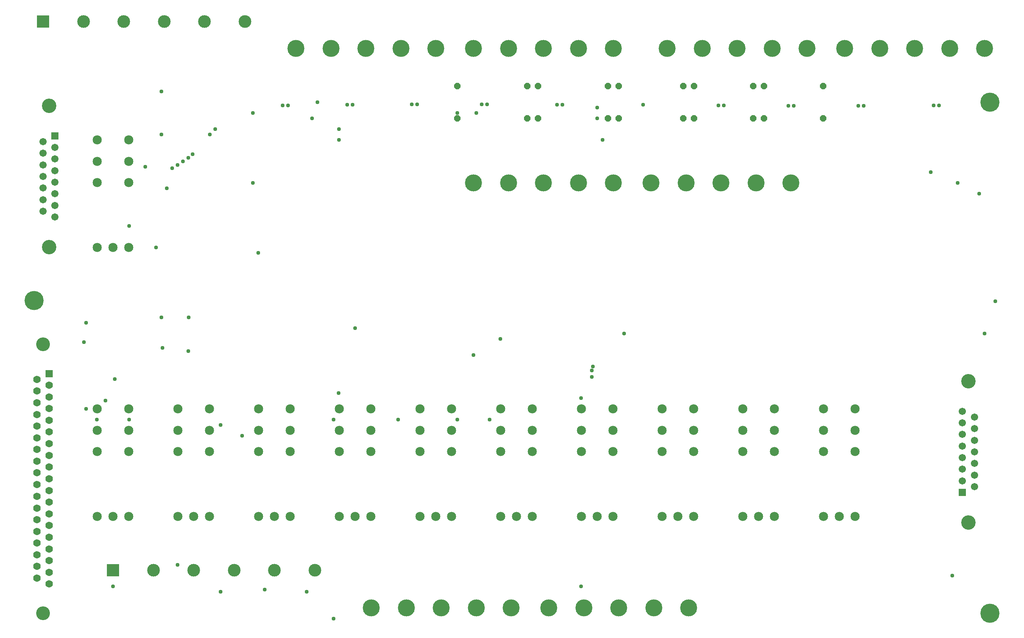
<source format=gbr>
G04 EAGLE Gerber RS-274X export*
G75*
%MOMM*%
%FSLAX34Y34*%
%LPD*%
%INSoldermask Top*%
%IPPOS*%
%AMOC8*
5,1,8,0,0,1.08239X$1,22.5*%
G01*
G04 Define Apertures*
%ADD10C,4.521200*%
%ADD11R,2.984200X2.984200*%
%ADD12C,2.984200*%
%ADD13R,1.711200X1.711200*%
%ADD14C,1.711200*%
%ADD15C,3.403200*%
%ADD16C,3.253200*%
%ADD17R,1.763200X1.763200*%
%ADD18C,1.763200*%
%ADD19C,2.153200*%
%ADD20C,4.013200*%
%ADD21P,1.64956X8X112.5*%
%ADD22C,0.959600*%
D10*
X2311400Y38100D03*
X2311400Y1244600D03*
X54610Y775970D03*
D11*
X241300Y139700D03*
D12*
X336600Y139700D03*
X431900Y139700D03*
X527200Y139700D03*
X622500Y139700D03*
X717800Y139700D03*
D13*
X2246400Y323200D03*
D14*
X2246400Y460200D03*
X2246400Y350600D03*
X2246400Y487600D03*
X2246400Y378000D03*
X2246400Y515000D03*
X2246400Y405400D03*
X2274800Y336900D03*
X2246400Y432800D03*
X2274800Y364300D03*
X2274800Y391700D03*
X2274800Y419100D03*
X2274800Y446500D03*
X2274800Y473900D03*
X2274800Y501300D03*
D15*
X2260600Y252500D03*
X2260600Y585700D03*
D16*
X76200Y673100D03*
X76200Y38100D03*
D17*
X90400Y604000D03*
D18*
X90400Y576600D03*
X90400Y548900D03*
X90400Y521200D03*
X90400Y493800D03*
X90400Y466100D03*
X90400Y438400D03*
X90400Y411000D03*
X90400Y383300D03*
X90400Y355600D03*
X90400Y327900D03*
X90400Y300200D03*
X90400Y272800D03*
X90400Y245100D03*
X90400Y217400D03*
X90400Y190000D03*
X90400Y162300D03*
X90400Y134600D03*
X90400Y107200D03*
X62000Y590300D03*
X62000Y120900D03*
X62000Y562600D03*
X62000Y148600D03*
X62000Y535200D03*
X62000Y176000D03*
X62000Y507500D03*
X62000Y203700D03*
X62000Y479800D03*
X62000Y231400D03*
X62000Y452400D03*
X62000Y258800D03*
X62000Y424700D03*
X62000Y286500D03*
X62000Y397000D03*
X62000Y314200D03*
X62000Y369600D03*
X62000Y341600D03*
D11*
X76200Y1435100D03*
D12*
X171500Y1435100D03*
X266800Y1435100D03*
X362100Y1435100D03*
X457400Y1435100D03*
X552700Y1435100D03*
D13*
X104370Y1165240D03*
D14*
X104370Y1028240D03*
X104370Y1137840D03*
X104370Y1000840D03*
X104370Y1110440D03*
X104370Y973440D03*
X104370Y1083040D03*
X75970Y1151540D03*
X104370Y1055640D03*
X75970Y1124140D03*
X75970Y1096740D03*
X75970Y1069340D03*
X75970Y1041940D03*
X75970Y1014540D03*
X75970Y987140D03*
D15*
X90170Y1235940D03*
X90170Y902740D03*
D19*
X394300Y419500D03*
X394300Y469900D03*
X394300Y520300D03*
X469300Y419500D03*
X469300Y469900D03*
X469300Y520300D03*
X469300Y266900D03*
X394300Y266900D03*
X431800Y266900D03*
X1918300Y419500D03*
X1918300Y469900D03*
X1918300Y520300D03*
X1993300Y419500D03*
X1993300Y469900D03*
X1993300Y520300D03*
X1993300Y266900D03*
X1918300Y266900D03*
X1955800Y266900D03*
X203800Y1054500D03*
X203800Y1104900D03*
X203800Y1155300D03*
X278800Y1054500D03*
X278800Y1104900D03*
X278800Y1155300D03*
X278800Y901900D03*
X203800Y901900D03*
X241300Y901900D03*
X203800Y419500D03*
X203800Y469900D03*
X203800Y520300D03*
X278800Y419500D03*
X278800Y469900D03*
X278800Y520300D03*
X278800Y266900D03*
X203800Y266900D03*
X241300Y266900D03*
X584800Y419500D03*
X584800Y469900D03*
X584800Y520300D03*
X659800Y419500D03*
X659800Y469900D03*
X659800Y520300D03*
X659800Y266900D03*
X584800Y266900D03*
X622300Y266900D03*
X775300Y419500D03*
X775300Y469900D03*
X775300Y520300D03*
X850300Y419500D03*
X850300Y469900D03*
X850300Y520300D03*
X850300Y266900D03*
X775300Y266900D03*
X812800Y266900D03*
X965800Y419500D03*
X965800Y469900D03*
X965800Y520300D03*
X1040800Y419500D03*
X1040800Y469900D03*
X1040800Y520300D03*
X1040800Y266900D03*
X965800Y266900D03*
X1003300Y266900D03*
X1156300Y419500D03*
X1156300Y469900D03*
X1156300Y520300D03*
X1231300Y419500D03*
X1231300Y469900D03*
X1231300Y520300D03*
X1231300Y266900D03*
X1156300Y266900D03*
X1193800Y266900D03*
X1346800Y419500D03*
X1346800Y469900D03*
X1346800Y520300D03*
X1421800Y419500D03*
X1421800Y469900D03*
X1421800Y520300D03*
X1421800Y266900D03*
X1346800Y266900D03*
X1384300Y266900D03*
X1537300Y419500D03*
X1537300Y469900D03*
X1537300Y520300D03*
X1612300Y419500D03*
X1612300Y469900D03*
X1612300Y520300D03*
X1612300Y266900D03*
X1537300Y266900D03*
X1574800Y266900D03*
X1727800Y419500D03*
X1727800Y469900D03*
X1727800Y520300D03*
X1802800Y419500D03*
X1802800Y469900D03*
X1802800Y520300D03*
X1802800Y266900D03*
X1727800Y266900D03*
X1765300Y266900D03*
D20*
X850900Y50800D03*
X933400Y50800D03*
X1015900Y50800D03*
X1098400Y50800D03*
X1180900Y50800D03*
X1270000Y50800D03*
X1352500Y50800D03*
X1435000Y50800D03*
X1517500Y50800D03*
X1600000Y50800D03*
X673100Y1371600D03*
X755600Y1371600D03*
X838100Y1371600D03*
X920600Y1371600D03*
X1003100Y1371600D03*
X1092200Y1371600D03*
X1174700Y1371600D03*
X1257200Y1371600D03*
X1339700Y1371600D03*
X1422200Y1371600D03*
X1549400Y1371600D03*
X1631900Y1371600D03*
X1714400Y1371600D03*
X1796900Y1371600D03*
X1879400Y1371600D03*
X1968500Y1371600D03*
X2051000Y1371600D03*
X2133500Y1371600D03*
X2216000Y1371600D03*
X2298500Y1371600D03*
X1092200Y1054100D03*
X1174700Y1054100D03*
X1257200Y1054100D03*
X1339700Y1054100D03*
X1422200Y1054100D03*
X1511300Y1054100D03*
X1593800Y1054100D03*
X1676300Y1054100D03*
X1758800Y1054100D03*
X1841300Y1054100D03*
D21*
X1054100Y1206500D03*
X1054100Y1282700D03*
X1219200Y1206500D03*
X1219200Y1282700D03*
X1244600Y1206500D03*
X1244600Y1282700D03*
X1409700Y1206500D03*
X1409700Y1282700D03*
X1435100Y1206500D03*
X1435100Y1282700D03*
X1587500Y1206500D03*
X1587500Y1282700D03*
X1612900Y1206500D03*
X1612900Y1282700D03*
X1752600Y1206500D03*
X1752600Y1282700D03*
X1778000Y1206500D03*
X1778000Y1282700D03*
X1917700Y1206500D03*
X1917700Y1282700D03*
D22*
X1155700Y685800D03*
X1092200Y647700D03*
X393700Y152400D03*
X419100Y656590D03*
X358140Y664210D03*
X172702Y678180D03*
X368300Y1041400D03*
X317500Y1092200D03*
X355600Y1168400D03*
X355600Y1270000D03*
X1111250Y1239520D03*
X1123950Y1239520D03*
X245110Y590550D03*
X1054100Y1219200D03*
X1099086Y1219200D03*
X641350Y1236980D03*
X654050Y1236980D03*
X793750Y1238250D03*
X806450Y1238250D03*
X946150Y1239520D03*
X958850Y1239520D03*
X1289050Y1238250D03*
X1301750Y1238250D03*
X1492250Y1238250D03*
X1670050Y1236980D03*
X1682750Y1236980D03*
X1371600Y610842D03*
X1371600Y595658D03*
X1346200Y101600D03*
X1373751Y620149D03*
X1835150Y1235710D03*
X1847850Y1235710D03*
X2000250Y1235710D03*
X2012950Y1235710D03*
X2178050Y1236980D03*
X2190750Y1236980D03*
X482600Y1181100D03*
X469900Y1168400D03*
X429260Y1121410D03*
X177800Y723900D03*
X812800Y711200D03*
X773430Y557530D03*
X177800Y520700D03*
X1447800Y698500D03*
X1346200Y546100D03*
X355600Y736600D03*
X419580Y736600D03*
X223520Y539750D03*
X342900Y901700D03*
X2298700Y698500D03*
X2324100Y774700D03*
X279400Y952500D03*
X241300Y101600D03*
X419100Y1113056D03*
X406400Y1104702D03*
X393700Y1096348D03*
X381000Y1088728D03*
X762000Y25400D03*
X2222500Y127000D03*
X2171700Y1079500D03*
X2235200Y1054100D03*
X2286000Y1028700D03*
X495300Y88900D03*
X599440Y93980D03*
X698500Y88900D03*
X279400Y495300D03*
X203200Y495300D03*
X914400Y495300D03*
X762000Y495300D03*
X546100Y457200D03*
X495300Y482600D03*
X1130300Y495300D03*
X1054100Y495300D03*
X774700Y1155700D03*
X774700Y1181100D03*
X1384300Y1231900D03*
X1384300Y1206500D03*
X1397000Y1155700D03*
X711200Y1206500D03*
X723900Y1244600D03*
X584200Y889000D03*
X571500Y1219200D03*
X571500Y1054100D03*
M02*

</source>
